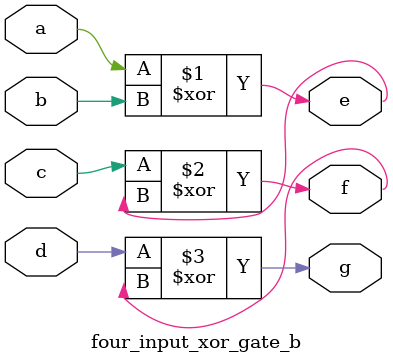
<source format=v>
`timescale 1ns / 1ps


module four_input_xor_gate_b(
    input a,
    input b,
    input c,
    input d,
    output e,
    output f,
    output g
    );
    
    assign e = a ^ b;
    assign f = c ^ e;
    assign g = d ^ f;
endmodule

</source>
